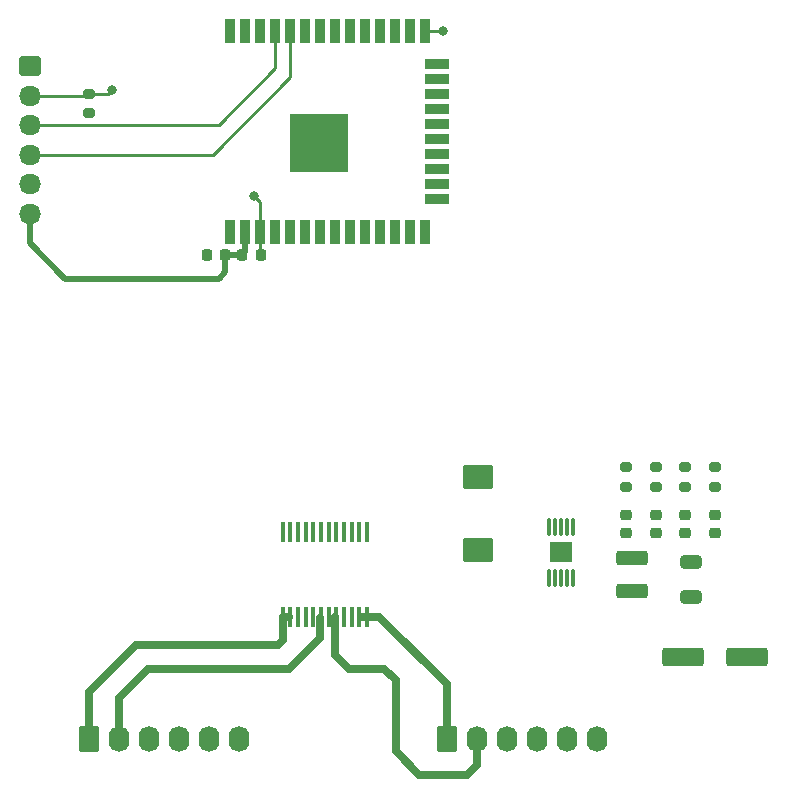
<source format=gbr>
%TF.GenerationSoftware,KiCad,Pcbnew,7.0.10-unknown-202401012134~036241c819~ubuntu22.04.1*%
%TF.CreationDate,2024-01-10T18:25:37+01:00*%
%TF.ProjectId,main_board,6d61696e-5f62-46f6-9172-642e6b696361,rev?*%
%TF.SameCoordinates,Original*%
%TF.FileFunction,Copper,L1,Top*%
%TF.FilePolarity,Positive*%
%FSLAX46Y46*%
G04 Gerber Fmt 4.6, Leading zero omitted, Abs format (unit mm)*
G04 Created by KiCad (PCBNEW 7.0.10-unknown-202401012134~036241c819~ubuntu22.04.1) date 2024-01-10 18:25:37*
%MOMM*%
%LPD*%
G01*
G04 APERTURE LIST*
G04 Aperture macros list*
%AMRoundRect*
0 Rectangle with rounded corners*
0 $1 Rounding radius*
0 $2 $3 $4 $5 $6 $7 $8 $9 X,Y pos of 4 corners*
0 Add a 4 corners polygon primitive as box body*
4,1,4,$2,$3,$4,$5,$6,$7,$8,$9,$2,$3,0*
0 Add four circle primitives for the rounded corners*
1,1,$1+$1,$2,$3*
1,1,$1+$1,$4,$5*
1,1,$1+$1,$6,$7*
1,1,$1+$1,$8,$9*
0 Add four rect primitives between the rounded corners*
20,1,$1+$1,$2,$3,$4,$5,0*
20,1,$1+$1,$4,$5,$6,$7,0*
20,1,$1+$1,$6,$7,$8,$9,0*
20,1,$1+$1,$8,$9,$2,$3,0*%
G04 Aperture macros list end*
%TA.AperFunction,SMDPad,CuDef*%
%ADD10R,0.900000X2.000000*%
%TD*%
%TA.AperFunction,SMDPad,CuDef*%
%ADD11R,2.000000X0.900000*%
%TD*%
%TA.AperFunction,SMDPad,CuDef*%
%ADD12R,5.000000X5.000000*%
%TD*%
%TA.AperFunction,ComponentPad*%
%ADD13RoundRect,0.250000X-0.620000X-0.845000X0.620000X-0.845000X0.620000X0.845000X-0.620000X0.845000X0*%
%TD*%
%TA.AperFunction,ComponentPad*%
%ADD14O,1.740000X2.190000*%
%TD*%
%TA.AperFunction,SMDPad,CuDef*%
%ADD15R,0.450000X1.750000*%
%TD*%
%TA.AperFunction,SMDPad,CuDef*%
%ADD16RoundRect,0.075000X0.075000X-0.650000X0.075000X0.650000X-0.075000X0.650000X-0.075000X-0.650000X0*%
%TD*%
%TA.AperFunction,SMDPad,CuDef*%
%ADD17R,1.880000X1.680000*%
%TD*%
%TA.AperFunction,SMDPad,CuDef*%
%ADD18RoundRect,0.200000X-0.275000X0.200000X-0.275000X-0.200000X0.275000X-0.200000X0.275000X0.200000X0*%
%TD*%
%TA.AperFunction,SMDPad,CuDef*%
%ADD19RoundRect,0.200000X0.275000X-0.200000X0.275000X0.200000X-0.275000X0.200000X-0.275000X-0.200000X0*%
%TD*%
%TA.AperFunction,SMDPad,CuDef*%
%ADD20RoundRect,0.250000X1.075000X-0.375000X1.075000X0.375000X-1.075000X0.375000X-1.075000X-0.375000X0*%
%TD*%
%TA.AperFunction,ComponentPad*%
%ADD21RoundRect,0.250000X-0.675000X0.600000X-0.675000X-0.600000X0.675000X-0.600000X0.675000X0.600000X0*%
%TD*%
%TA.AperFunction,ComponentPad*%
%ADD22O,1.850000X1.700000*%
%TD*%
%TA.AperFunction,SMDPad,CuDef*%
%ADD23RoundRect,0.225000X0.225000X0.250000X-0.225000X0.250000X-0.225000X-0.250000X0.225000X-0.250000X0*%
%TD*%
%TA.AperFunction,SMDPad,CuDef*%
%ADD24RoundRect,0.225000X-0.225000X-0.250000X0.225000X-0.250000X0.225000X0.250000X-0.225000X0.250000X0*%
%TD*%
%TA.AperFunction,SMDPad,CuDef*%
%ADD25RoundRect,0.250000X-1.500000X-0.550000X1.500000X-0.550000X1.500000X0.550000X-1.500000X0.550000X0*%
%TD*%
%TA.AperFunction,SMDPad,CuDef*%
%ADD26RoundRect,0.250000X-1.025000X0.787500X-1.025000X-0.787500X1.025000X-0.787500X1.025000X0.787500X0*%
%TD*%
%TA.AperFunction,SMDPad,CuDef*%
%ADD27RoundRect,0.250000X0.650000X-0.325000X0.650000X0.325000X-0.650000X0.325000X-0.650000X-0.325000X0*%
%TD*%
%TA.AperFunction,SMDPad,CuDef*%
%ADD28RoundRect,0.225000X0.250000X-0.225000X0.250000X0.225000X-0.250000X0.225000X-0.250000X-0.225000X0*%
%TD*%
%TA.AperFunction,ViaPad*%
%ADD29C,0.800000*%
%TD*%
%TA.AperFunction,Conductor*%
%ADD30C,0.500000*%
%TD*%
%TA.AperFunction,Conductor*%
%ADD31C,0.250000*%
%TD*%
%TA.AperFunction,Conductor*%
%ADD32C,0.700000*%
%TD*%
G04 APERTURE END LIST*
D10*
%TO.P,U4,1,GND*%
%TO.N,GND*%
X113000000Y-113000000D03*
%TO.P,U4,2,VDD*%
%TO.N,+3V3*%
X114270000Y-113000000D03*
%TO.P,U4,3,EN*%
%TO.N,RTS*%
X115540000Y-113000000D03*
%TO.P,U4,4,SENSOR_VP*%
%TO.N,unconnected-(U4-SENSOR_VP-Pad4)*%
X116810000Y-113000000D03*
%TO.P,U4,5,SENSOR_VN*%
%TO.N,unconnected-(U4-SENSOR_VN-Pad5)*%
X118080000Y-113000000D03*
%TO.P,U4,6,IO34*%
%TO.N,unconnected-(U4-IO34-Pad6)*%
X119350000Y-113000000D03*
%TO.P,U4,7,IO35*%
%TO.N,unconnected-(U4-IO35-Pad7)*%
X120620000Y-113000000D03*
%TO.P,U4,8,IO32*%
%TO.N,unconnected-(U4-IO32-Pad8)*%
X121890000Y-113000000D03*
%TO.P,U4,9,IO33*%
%TO.N,unconnected-(U4-IO33-Pad9)*%
X123160000Y-113000000D03*
%TO.P,U4,10,IO25*%
%TO.N,PWMA*%
X124430000Y-113000000D03*
%TO.P,U4,11,IO26*%
%TO.N,IN1B*%
X125700000Y-113000000D03*
%TO.P,U4,12,IO27*%
%TO.N,IN1A*%
X126970000Y-113000000D03*
%TO.P,U4,13,IO14*%
%TO.N,unconnected-(U4-IO14-Pad13)*%
X128240000Y-113000000D03*
%TO.P,U4,14,IO12*%
%TO.N,IN2A*%
X129510000Y-113000000D03*
D11*
%TO.P,U4,15,GND*%
%TO.N,GND*%
X130510000Y-110215000D03*
%TO.P,U4,16,IO13*%
%TO.N,PWMB*%
X130510000Y-108945000D03*
%TO.P,U4,17,SHD/SD2*%
%TO.N,unconnected-(U4-SHD{slash}SD2-Pad17)*%
X130510000Y-107675000D03*
%TO.P,U4,18,SWP/SD3*%
%TO.N,unconnected-(U4-SWP{slash}SD3-Pad18)*%
X130510000Y-106405000D03*
%TO.P,U4,19,SCS/CMD*%
%TO.N,unconnected-(U4-SCS{slash}CMD-Pad19)*%
X130510000Y-105135000D03*
%TO.P,U4,20,SCK/CLK*%
%TO.N,unconnected-(U4-SCK{slash}CLK-Pad20)*%
X130510000Y-103865000D03*
%TO.P,U4,21,SDO/SD0*%
%TO.N,unconnected-(U4-SDO{slash}SD0-Pad21)*%
X130510000Y-102595000D03*
%TO.P,U4,22,SDI/SD1*%
%TO.N,unconnected-(U4-SDI{slash}SD1-Pad22)*%
X130510000Y-101325000D03*
%TO.P,U4,23,IO15*%
%TO.N,unconnected-(U4-IO15-Pad23)*%
X130510000Y-100055000D03*
%TO.P,U4,24,IO2*%
%TO.N,unconnected-(U4-IO2-Pad24)*%
X130510000Y-98785000D03*
D10*
%TO.P,U4,25,IO0*%
%TO.N,CTS*%
X129510000Y-96000000D03*
%TO.P,U4,26,IO4*%
%TO.N,unconnected-(U4-IO4-Pad26)*%
X128240000Y-96000000D03*
%TO.P,U4,27,IO16*%
%TO.N,unconnected-(U4-IO16-Pad27)*%
X126970000Y-96000000D03*
%TO.P,U4,28,IO17*%
%TO.N,unconnected-(U4-IO17-Pad28)*%
X125700000Y-96000000D03*
%TO.P,U4,29,IO5*%
%TO.N,IN2B*%
X124430000Y-96000000D03*
%TO.P,U4,30,IO18*%
%TO.N,unconnected-(U4-IO18-Pad30)*%
X123160000Y-96000000D03*
%TO.P,U4,31,IO19*%
%TO.N,unconnected-(U4-IO19-Pad31)*%
X121890000Y-96000000D03*
%TO.P,U4,32,NC*%
%TO.N,unconnected-(U4-NC-Pad32)*%
X120620000Y-96000000D03*
%TO.P,U4,33,IO21*%
%TO.N,unconnected-(U4-IO21-Pad33)*%
X119350000Y-96000000D03*
%TO.P,U4,34,RXD0/IO3*%
%TO.N,RXD*%
X118080000Y-96000000D03*
%TO.P,U4,35,TXD0/IO1*%
%TO.N,TXD*%
X116810000Y-96000000D03*
%TO.P,U4,36,IO22*%
%TO.N,unconnected-(U4-IO22-Pad36)*%
X115540000Y-96000000D03*
%TO.P,U4,37,IO23*%
%TO.N,unconnected-(U4-IO23-Pad37)*%
X114270000Y-96000000D03*
%TO.P,U4,38,GND*%
%TO.N,GND*%
X113000000Y-96000000D03*
D12*
%TO.P,U4,39,GND*%
X120500000Y-105500000D03*
%TD*%
D13*
%TO.P,J3,1,Pin_1*%
%TO.N,MOTORB+*%
X131300000Y-156000000D03*
D14*
%TO.P,J3,2,Pin_2*%
%TO.N,MOTORB-*%
X133840000Y-156000000D03*
%TO.P,J3,3,Pin_3*%
%TO.N,HALL_MOTORB_A*%
X136380000Y-156000000D03*
%TO.P,J3,4,Pin_4*%
%TO.N,HALL_MOTORB_B*%
X138920000Y-156000000D03*
%TO.P,J3,5,Pin_5*%
%TO.N,HALL+*%
X141460000Y-156000000D03*
%TO.P,J3,6,Pin_6*%
%TO.N,HALL-*%
X144000000Y-156000000D03*
%TD*%
D13*
%TO.P,J2,1,Pin_1*%
%TO.N,MOTORA+*%
X101000000Y-156000000D03*
D14*
%TO.P,J2,2,Pin_2*%
%TO.N,MOTORA-*%
X103540000Y-156000000D03*
%TO.P,J2,3,Pin_3*%
%TO.N,HALL_MOTORA_A*%
X106080000Y-156000000D03*
%TO.P,J2,4,Pin_4*%
%TO.N,HALL_MOTORA_B*%
X108620000Y-156000000D03*
%TO.P,J2,5,Pin_5*%
%TO.N,HALL+*%
X111160000Y-156000000D03*
%TO.P,J2,6,Pin_6*%
%TO.N,HALL-*%
X113700000Y-156000000D03*
%TD*%
D15*
%TO.P,U3,1,AO1*%
%TO.N,MOTORA+*%
X117425000Y-145600000D03*
%TO.P,U3,2,AO1*%
X118075000Y-145600000D03*
%TO.P,U3,3,PGND1*%
%TO.N,GND*%
X118725000Y-145600000D03*
%TO.P,U3,4,PGND1*%
X119375000Y-145600000D03*
%TO.P,U3,5,AO2*%
%TO.N,MOTORA-*%
X120025000Y-145600000D03*
%TO.P,U3,6,AO2*%
X120675000Y-145600000D03*
%TO.P,U3,7,BO2*%
%TO.N,MOTORB-*%
X121325000Y-145600000D03*
%TO.P,U3,8,BO2*%
X121975000Y-145600000D03*
%TO.P,U3,9,PGND2*%
%TO.N,GND*%
X122625000Y-145600000D03*
%TO.P,U3,10,PGND2*%
X123275000Y-145600000D03*
%TO.P,U3,11,BO1*%
%TO.N,MOTORB+*%
X123925000Y-145600000D03*
%TO.P,U3,12,BO1*%
X124575000Y-145600000D03*
%TO.P,U3,13,VM2*%
%TO.N,+6V*%
X124575000Y-138400000D03*
%TO.P,U3,14,VM3*%
X123925000Y-138400000D03*
%TO.P,U3,15,PWMB*%
%TO.N,PWMB*%
X123275000Y-138400000D03*
%TO.P,U3,16,BIN2*%
%TO.N,IN2B*%
X122625000Y-138400000D03*
%TO.P,U3,17,BIN1*%
%TO.N,IN2A*%
X121975000Y-138400000D03*
%TO.P,U3,18,GND*%
%TO.N,GND*%
X121325000Y-138400000D03*
%TO.P,U3,19,STBY*%
%TO.N,unconnected-(U3-STBY-Pad19)*%
X120675000Y-138400000D03*
%TO.P,U3,20,VCC*%
%TO.N,+6V*%
X120025000Y-138400000D03*
%TO.P,U3,21,AIN1*%
%TO.N,IN1A*%
X119375000Y-138400000D03*
%TO.P,U3,22,AIN2*%
%TO.N,IN1B*%
X118725000Y-138400000D03*
%TO.P,U3,23,PWMA*%
%TO.N,PWMA*%
X118075000Y-138400000D03*
%TO.P,U3,24,VM1*%
%TO.N,+6V*%
X117425000Y-138400000D03*
%TD*%
D16*
%TO.P,U2,1,BST*%
%TO.N,Net-(U2-BST)*%
X140000000Y-142300000D03*
%TO.P,U2,2,SW*%
%TO.N,Net-(U2-SW)*%
X140500000Y-142300000D03*
%TO.P,U2,3,INTVCC*%
%TO.N,Net-(U2-INTVCC)*%
X141000000Y-142300000D03*
%TO.P,U2,4,RT*%
%TO.N,Net-(U2-RT)*%
X141500000Y-142300000D03*
%TO.P,U2,5,SYNC*%
%TO.N,GND*%
X142000000Y-142300000D03*
%TO.P,U2,6,FB*%
%TO.N,Net-(U2-FB)*%
X142000000Y-138000000D03*
%TO.P,U2,7,TR/SS*%
%TO.N,Net-(U2-TR{slash}SS)*%
X141500000Y-138000000D03*
%TO.P,U2,8,PG*%
%TO.N,Net-(U2-PG)*%
X141000000Y-138000000D03*
%TO.P,U2,9,VIN*%
%TO.N,VCC*%
X140500000Y-138000000D03*
%TO.P,U2,10,EN/UV*%
X140000000Y-138000000D03*
D17*
%TO.P,U2,11,GND*%
%TO.N,GND*%
X141000000Y-140150000D03*
%TD*%
D18*
%TO.P,R6,2*%
%TO.N,GND*%
X101000000Y-103000000D03*
%TO.P,R6,1*%
%TO.N,RTS*%
X101000000Y-101350000D03*
%TD*%
D19*
%TO.P,R4,1,1*%
%TO.N,+6V*%
X154020000Y-134590000D03*
%TO.P,R4,2,2*%
%TO.N,Net-(U2-FB)*%
X154020000Y-132940000D03*
%TD*%
%TO.P,R3,1,1*%
%TO.N,GND*%
X151510000Y-134590000D03*
%TO.P,R3,2,2*%
%TO.N,Net-(U2-FB)*%
X151510000Y-132940000D03*
%TD*%
%TO.P,R2,1,1*%
%TO.N,+6V*%
X149000000Y-134590000D03*
%TO.P,R2,2,2*%
%TO.N,Net-(U2-PG)*%
X149000000Y-132940000D03*
%TD*%
%TO.P,R1,1,1*%
%TO.N,GND*%
X146490000Y-134590000D03*
%TO.P,R1,2,2*%
%TO.N,Net-(U2-RT)*%
X146490000Y-132940000D03*
%TD*%
D20*
%TO.P,L1,1,1*%
%TO.N,+6V*%
X147000000Y-143400000D03*
%TO.P,L1,2,2*%
%TO.N,Net-(U2-SW)*%
X147000000Y-140600000D03*
%TD*%
D21*
%TO.P,J1,1,Pin_1*%
%TO.N,CTS*%
X96000000Y-99000000D03*
D22*
%TO.P,J1,2,Pin_2*%
%TO.N,RTS*%
X96000000Y-101500000D03*
%TO.P,J1,3,Pin_3*%
%TO.N,TXD*%
X96000000Y-104000000D03*
%TO.P,J1,4,Pin_4*%
%TO.N,RXD*%
X96000000Y-106500000D03*
%TO.P,J1,5,Pin_5*%
%TO.N,GND*%
X96000000Y-109000000D03*
%TO.P,J1,6,Pin_6*%
%TO.N,+3V3*%
X96000000Y-111500000D03*
%TD*%
D23*
%TO.P,C9,1*%
%TO.N,+3V3*%
X112550000Y-115000000D03*
%TO.P,C9,2*%
%TO.N,GND*%
X111000000Y-115000000D03*
%TD*%
D24*
%TO.P,C8,1*%
%TO.N,+3V3*%
X114000000Y-115000000D03*
%TO.P,C8,2*%
%TO.N,RTS*%
X115550000Y-115000000D03*
%TD*%
D25*
%TO.P,C7,1*%
%TO.N,VCC*%
X151300000Y-149000000D03*
%TO.P,C7,2*%
%TO.N,GND*%
X156700000Y-149000000D03*
%TD*%
D26*
%TO.P,C6,2*%
%TO.N,GND*%
X134000000Y-140000000D03*
%TO.P,C6,1*%
%TO.N,VCC*%
X134000000Y-133775000D03*
%TD*%
D27*
%TO.P,C5,1,1*%
%TO.N,+6V*%
X152000000Y-143950000D03*
%TO.P,C5,2,2*%
%TO.N,GND*%
X152000000Y-141000000D03*
%TD*%
D28*
%TO.P,C4,1,1*%
%TO.N,Net-(U2-FB)*%
X154020000Y-138550000D03*
%TO.P,C4,2,2*%
%TO.N,+6V*%
X154020000Y-137000000D03*
%TD*%
%TO.P,C3,1,1*%
%TO.N,Net-(U2-TR{slash}SS)*%
X151510000Y-138550000D03*
%TO.P,C3,2,2*%
%TO.N,GND*%
X151510000Y-137000000D03*
%TD*%
%TO.P,C2,1,1*%
%TO.N,Net-(U2-BST)*%
X149000000Y-138550000D03*
%TO.P,C2,2,2*%
%TO.N,Net-(U2-SW)*%
X149000000Y-137000000D03*
%TD*%
%TO.P,C1,1,1*%
%TO.N,Net-(U2-INTVCC)*%
X146490000Y-138550000D03*
%TO.P,C1,2,2*%
%TO.N,GND*%
X146490000Y-137000000D03*
%TD*%
D29*
%TO.N,RTS*%
X103000000Y-101000000D03*
%TO.N,CTS*%
X131000000Y-96000000D03*
%TO.N,RTS*%
X115000000Y-110000000D03*
%TD*%
D30*
%TO.N,+3V3*%
X99000000Y-117000000D02*
X96000000Y-114000000D01*
X112000000Y-117000000D02*
X99000000Y-117000000D01*
X96000000Y-114000000D02*
X96000000Y-111500000D01*
X112550000Y-115000000D02*
X112550000Y-116450000D01*
X112550000Y-116450000D02*
X112000000Y-117000000D01*
D31*
%TO.N,RTS*%
X115540000Y-113000000D02*
X115540000Y-114990000D01*
X115540000Y-114990000D02*
X115550000Y-115000000D01*
D30*
%TO.N,+3V3*%
X112550000Y-115000000D02*
X114000000Y-115000000D01*
X114270000Y-113000000D02*
X114270000Y-114730000D01*
X114270000Y-114730000D02*
X114000000Y-115000000D01*
D31*
%TO.N,RTS*%
X102650000Y-101350000D02*
X103000000Y-101000000D01*
X101000000Y-101350000D02*
X102650000Y-101350000D01*
X96000000Y-101500000D02*
X100850000Y-101500000D01*
X100850000Y-101500000D02*
X101000000Y-101350000D01*
%TO.N,CTS*%
X131000000Y-96000000D02*
X129510000Y-96000000D01*
%TO.N,RTS*%
X115540000Y-110540000D02*
X115000000Y-110000000D01*
X115540000Y-113000000D02*
X115540000Y-110540000D01*
%TO.N,TXD*%
X96000000Y-104000000D02*
X112000000Y-104000000D01*
X112000000Y-104000000D02*
X116810000Y-99190000D01*
X116810000Y-99190000D02*
X116810000Y-96000000D01*
%TO.N,RXD*%
X96000000Y-106500000D02*
X111500000Y-106500000D01*
X111500000Y-106500000D02*
X118080000Y-99920000D01*
X118080000Y-99920000D02*
X118080000Y-96000000D01*
D32*
%TO.N,MOTORB-*%
X126000000Y-150000000D02*
X123000000Y-150000000D01*
X123000000Y-150000000D02*
X121850000Y-148850000D01*
X127000000Y-157000000D02*
X127000000Y-151000000D01*
X133840000Y-158160000D02*
X133000000Y-159000000D01*
X133840000Y-156000000D02*
X133840000Y-158160000D01*
X129000000Y-159000000D02*
X127000000Y-157000000D01*
X133000000Y-159000000D02*
X129000000Y-159000000D01*
X127000000Y-151000000D02*
X126000000Y-150000000D01*
X121850000Y-148850000D02*
X121850000Y-145600000D01*
%TO.N,MOTORB+*%
X124575000Y-145600000D02*
X124050000Y-145600000D01*
X124575000Y-145600000D02*
X125600000Y-145600000D01*
X125600000Y-145600000D02*
X131300000Y-151300000D01*
X131300000Y-151300000D02*
X131300000Y-156000000D01*
%TO.N,MOTORA-*%
X103540000Y-156000000D02*
X103540000Y-152460000D01*
X103540000Y-152460000D02*
X106000000Y-150000000D01*
X106000000Y-150000000D02*
X118000000Y-150000000D01*
X118000000Y-150000000D02*
X120550000Y-147450000D01*
X120550000Y-147450000D02*
X120550000Y-145725000D01*
%TO.N,MOTORA+*%
X117425000Y-145600000D02*
X117950000Y-145600000D01*
X105000000Y-148000000D02*
X101000000Y-152000000D01*
X117000000Y-148000000D02*
X105000000Y-148000000D01*
X117425000Y-145600000D02*
X117425000Y-147575000D01*
X117425000Y-147575000D02*
X117000000Y-148000000D01*
X101000000Y-152000000D02*
X101000000Y-156000000D01*
%TD*%
M02*

</source>
